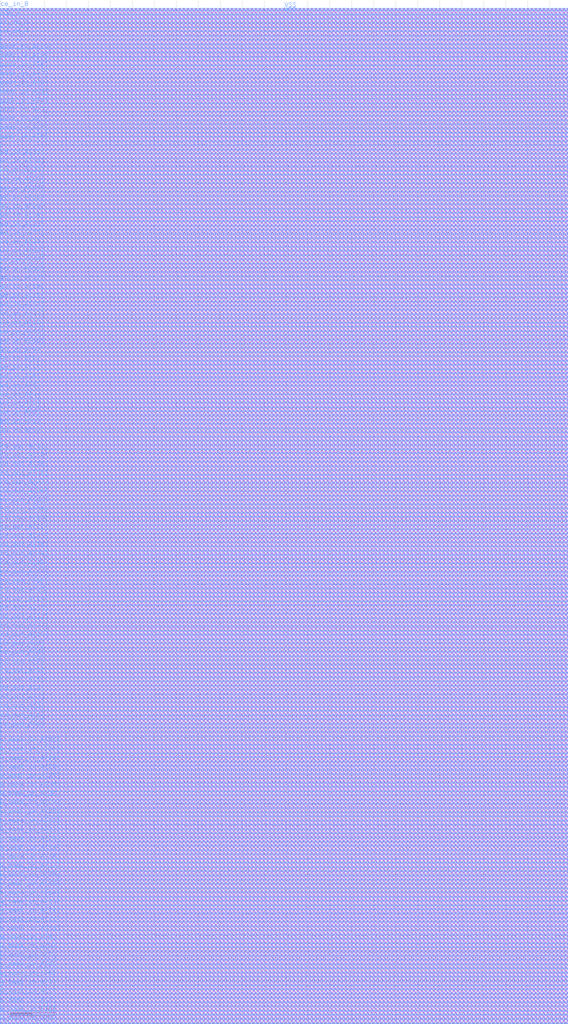
<source format=lef>
# Generated by FakeRAM 2.0
VERSION 5.7 ;
BUSBITCHARS "[]" ;
PROPERTYDEFINITIONS
  MACRO width INTEGER ;
  MACRO depth INTEGER ;
  MACRO banks INTEGER ;
END PROPERTYDEFINITIONS
MACRO fakeram7_tdp_2048x32
  PROPERTY width 32 ;
  PROPERTY depth 2048 ;
  PROPERTY banks 8 ;
  FOREIGN fakeram7_tdp_2048x32 0 0 ;
  SYMMETRY X Y ;
  SIZE 51.680 BY 92.400 ;
  CLASS BLOCK ;
  PIN w_mask_in_A[0]
    DIRECTION INPUT ;
    USE SIGNAL ;
    SHAPE ABUTMENT ;
    PORT
      LAYER M4 ;
      RECT 0.000 0.048 0.024 0.072 ;
    END
  END w_mask_in_A[0]
  PIN w_mask_in_B[0]
    DIRECTION INPUT ;
    USE SIGNAL ;
    SHAPE ABUTMENT ;
    PORT
      LAYER M4 ;
      RECT 51.656 0.048 51.680 0.072 ;
    END
  END w_mask_in_B[0]
  PIN w_mask_in_A[1]
    DIRECTION INPUT ;
    USE SIGNAL ;
    SHAPE ABUTMENT ;
    PORT
      LAYER M4 ;
      RECT 0.000 0.864 0.024 0.888 ;
    END
  END w_mask_in_A[1]
  PIN w_mask_in_B[1]
    DIRECTION INPUT ;
    USE SIGNAL ;
    SHAPE ABUTMENT ;
    PORT
      LAYER M4 ;
      RECT 51.656 0.864 51.680 0.888 ;
    END
  END w_mask_in_B[1]
  PIN w_mask_in_A[2]
    DIRECTION INPUT ;
    USE SIGNAL ;
    SHAPE ABUTMENT ;
    PORT
      LAYER M4 ;
      RECT 0.000 1.680 0.024 1.704 ;
    END
  END w_mask_in_A[2]
  PIN w_mask_in_B[2]
    DIRECTION INPUT ;
    USE SIGNAL ;
    SHAPE ABUTMENT ;
    PORT
      LAYER M4 ;
      RECT 51.656 1.680 51.680 1.704 ;
    END
  END w_mask_in_B[2]
  PIN w_mask_in_A[3]
    DIRECTION INPUT ;
    USE SIGNAL ;
    SHAPE ABUTMENT ;
    PORT
      LAYER M4 ;
      RECT 0.000 2.496 0.024 2.520 ;
    END
  END w_mask_in_A[3]
  PIN w_mask_in_B[3]
    DIRECTION INPUT ;
    USE SIGNAL ;
    SHAPE ABUTMENT ;
    PORT
      LAYER M4 ;
      RECT 51.656 2.496 51.680 2.520 ;
    END
  END w_mask_in_B[3]
  PIN w_mask_in_A[4]
    DIRECTION INPUT ;
    USE SIGNAL ;
    SHAPE ABUTMENT ;
    PORT
      LAYER M4 ;
      RECT 0.000 3.312 0.024 3.336 ;
    END
  END w_mask_in_A[4]
  PIN w_mask_in_B[4]
    DIRECTION INPUT ;
    USE SIGNAL ;
    SHAPE ABUTMENT ;
    PORT
      LAYER M4 ;
      RECT 51.656 3.312 51.680 3.336 ;
    END
  END w_mask_in_B[4]
  PIN w_mask_in_A[5]
    DIRECTION INPUT ;
    USE SIGNAL ;
    SHAPE ABUTMENT ;
    PORT
      LAYER M4 ;
      RECT 0.000 4.128 0.024 4.152 ;
    END
  END w_mask_in_A[5]
  PIN w_mask_in_B[5]
    DIRECTION INPUT ;
    USE SIGNAL ;
    SHAPE ABUTMENT ;
    PORT
      LAYER M4 ;
      RECT 51.656 4.128 51.680 4.152 ;
    END
  END w_mask_in_B[5]
  PIN w_mask_in_A[6]
    DIRECTION INPUT ;
    USE SIGNAL ;
    SHAPE ABUTMENT ;
    PORT
      LAYER M4 ;
      RECT 0.000 4.944 0.024 4.968 ;
    END
  END w_mask_in_A[6]
  PIN w_mask_in_B[6]
    DIRECTION INPUT ;
    USE SIGNAL ;
    SHAPE ABUTMENT ;
    PORT
      LAYER M4 ;
      RECT 51.656 4.944 51.680 4.968 ;
    END
  END w_mask_in_B[6]
  PIN w_mask_in_A[7]
    DIRECTION INPUT ;
    USE SIGNAL ;
    SHAPE ABUTMENT ;
    PORT
      LAYER M4 ;
      RECT 0.000 5.760 0.024 5.784 ;
    END
  END w_mask_in_A[7]
  PIN w_mask_in_B[7]
    DIRECTION INPUT ;
    USE SIGNAL ;
    SHAPE ABUTMENT ;
    PORT
      LAYER M4 ;
      RECT 51.656 5.760 51.680 5.784 ;
    END
  END w_mask_in_B[7]
  PIN w_mask_in_A[8]
    DIRECTION INPUT ;
    USE SIGNAL ;
    SHAPE ABUTMENT ;
    PORT
      LAYER M4 ;
      RECT 0.000 6.576 0.024 6.600 ;
    END
  END w_mask_in_A[8]
  PIN w_mask_in_B[8]
    DIRECTION INPUT ;
    USE SIGNAL ;
    SHAPE ABUTMENT ;
    PORT
      LAYER M4 ;
      RECT 51.656 6.576 51.680 6.600 ;
    END
  END w_mask_in_B[8]
  PIN w_mask_in_A[9]
    DIRECTION INPUT ;
    USE SIGNAL ;
    SHAPE ABUTMENT ;
    PORT
      LAYER M4 ;
      RECT 0.000 7.392 0.024 7.416 ;
    END
  END w_mask_in_A[9]
  PIN w_mask_in_B[9]
    DIRECTION INPUT ;
    USE SIGNAL ;
    SHAPE ABUTMENT ;
    PORT
      LAYER M4 ;
      RECT 51.656 7.392 51.680 7.416 ;
    END
  END w_mask_in_B[9]
  PIN w_mask_in_A[10]
    DIRECTION INPUT ;
    USE SIGNAL ;
    SHAPE ABUTMENT ;
    PORT
      LAYER M4 ;
      RECT 0.000 8.208 0.024 8.232 ;
    END
  END w_mask_in_A[10]
  PIN w_mask_in_B[10]
    DIRECTION INPUT ;
    USE SIGNAL ;
    SHAPE ABUTMENT ;
    PORT
      LAYER M4 ;
      RECT 51.656 8.208 51.680 8.232 ;
    END
  END w_mask_in_B[10]
  PIN w_mask_in_A[11]
    DIRECTION INPUT ;
    USE SIGNAL ;
    SHAPE ABUTMENT ;
    PORT
      LAYER M4 ;
      RECT 0.000 9.024 0.024 9.048 ;
    END
  END w_mask_in_A[11]
  PIN w_mask_in_B[11]
    DIRECTION INPUT ;
    USE SIGNAL ;
    SHAPE ABUTMENT ;
    PORT
      LAYER M4 ;
      RECT 51.656 9.024 51.680 9.048 ;
    END
  END w_mask_in_B[11]
  PIN w_mask_in_A[12]
    DIRECTION INPUT ;
    USE SIGNAL ;
    SHAPE ABUTMENT ;
    PORT
      LAYER M4 ;
      RECT 0.000 9.840 0.024 9.864 ;
    END
  END w_mask_in_A[12]
  PIN w_mask_in_B[12]
    DIRECTION INPUT ;
    USE SIGNAL ;
    SHAPE ABUTMENT ;
    PORT
      LAYER M4 ;
      RECT 51.656 9.840 51.680 9.864 ;
    END
  END w_mask_in_B[12]
  PIN w_mask_in_A[13]
    DIRECTION INPUT ;
    USE SIGNAL ;
    SHAPE ABUTMENT ;
    PORT
      LAYER M4 ;
      RECT 0.000 10.656 0.024 10.680 ;
    END
  END w_mask_in_A[13]
  PIN w_mask_in_B[13]
    DIRECTION INPUT ;
    USE SIGNAL ;
    SHAPE ABUTMENT ;
    PORT
      LAYER M4 ;
      RECT 51.656 10.656 51.680 10.680 ;
    END
  END w_mask_in_B[13]
  PIN w_mask_in_A[14]
    DIRECTION INPUT ;
    USE SIGNAL ;
    SHAPE ABUTMENT ;
    PORT
      LAYER M4 ;
      RECT 0.000 11.472 0.024 11.496 ;
    END
  END w_mask_in_A[14]
  PIN w_mask_in_B[14]
    DIRECTION INPUT ;
    USE SIGNAL ;
    SHAPE ABUTMENT ;
    PORT
      LAYER M4 ;
      RECT 51.656 11.472 51.680 11.496 ;
    END
  END w_mask_in_B[14]
  PIN w_mask_in_A[15]
    DIRECTION INPUT ;
    USE SIGNAL ;
    SHAPE ABUTMENT ;
    PORT
      LAYER M4 ;
      RECT 0.000 12.288 0.024 12.312 ;
    END
  END w_mask_in_A[15]
  PIN w_mask_in_B[15]
    DIRECTION INPUT ;
    USE SIGNAL ;
    SHAPE ABUTMENT ;
    PORT
      LAYER M4 ;
      RECT 51.656 12.288 51.680 12.312 ;
    END
  END w_mask_in_B[15]
  PIN w_mask_in_A[16]
    DIRECTION INPUT ;
    USE SIGNAL ;
    SHAPE ABUTMENT ;
    PORT
      LAYER M4 ;
      RECT 0.000 13.104 0.024 13.128 ;
    END
  END w_mask_in_A[16]
  PIN w_mask_in_B[16]
    DIRECTION INPUT ;
    USE SIGNAL ;
    SHAPE ABUTMENT ;
    PORT
      LAYER M4 ;
      RECT 51.656 13.104 51.680 13.128 ;
    END
  END w_mask_in_B[16]
  PIN w_mask_in_A[17]
    DIRECTION INPUT ;
    USE SIGNAL ;
    SHAPE ABUTMENT ;
    PORT
      LAYER M4 ;
      RECT 0.000 13.920 0.024 13.944 ;
    END
  END w_mask_in_A[17]
  PIN w_mask_in_B[17]
    DIRECTION INPUT ;
    USE SIGNAL ;
    SHAPE ABUTMENT ;
    PORT
      LAYER M4 ;
      RECT 51.656 13.920 51.680 13.944 ;
    END
  END w_mask_in_B[17]
  PIN w_mask_in_A[18]
    DIRECTION INPUT ;
    USE SIGNAL ;
    SHAPE ABUTMENT ;
    PORT
      LAYER M4 ;
      RECT 0.000 14.736 0.024 14.760 ;
    END
  END w_mask_in_A[18]
  PIN w_mask_in_B[18]
    DIRECTION INPUT ;
    USE SIGNAL ;
    SHAPE ABUTMENT ;
    PORT
      LAYER M4 ;
      RECT 51.656 14.736 51.680 14.760 ;
    END
  END w_mask_in_B[18]
  PIN w_mask_in_A[19]
    DIRECTION INPUT ;
    USE SIGNAL ;
    SHAPE ABUTMENT ;
    PORT
      LAYER M4 ;
      RECT 0.000 15.552 0.024 15.576 ;
    END
  END w_mask_in_A[19]
  PIN w_mask_in_B[19]
    DIRECTION INPUT ;
    USE SIGNAL ;
    SHAPE ABUTMENT ;
    PORT
      LAYER M4 ;
      RECT 51.656 15.552 51.680 15.576 ;
    END
  END w_mask_in_B[19]
  PIN w_mask_in_A[20]
    DIRECTION INPUT ;
    USE SIGNAL ;
    SHAPE ABUTMENT ;
    PORT
      LAYER M4 ;
      RECT 0.000 16.368 0.024 16.392 ;
    END
  END w_mask_in_A[20]
  PIN w_mask_in_B[20]
    DIRECTION INPUT ;
    USE SIGNAL ;
    SHAPE ABUTMENT ;
    PORT
      LAYER M4 ;
      RECT 51.656 16.368 51.680 16.392 ;
    END
  END w_mask_in_B[20]
  PIN w_mask_in_A[21]
    DIRECTION INPUT ;
    USE SIGNAL ;
    SHAPE ABUTMENT ;
    PORT
      LAYER M4 ;
      RECT 0.000 17.184 0.024 17.208 ;
    END
  END w_mask_in_A[21]
  PIN w_mask_in_B[21]
    DIRECTION INPUT ;
    USE SIGNAL ;
    SHAPE ABUTMENT ;
    PORT
      LAYER M4 ;
      RECT 51.656 17.184 51.680 17.208 ;
    END
  END w_mask_in_B[21]
  PIN w_mask_in_A[22]
    DIRECTION INPUT ;
    USE SIGNAL ;
    SHAPE ABUTMENT ;
    PORT
      LAYER M4 ;
      RECT 0.000 18.000 0.024 18.024 ;
    END
  END w_mask_in_A[22]
  PIN w_mask_in_B[22]
    DIRECTION INPUT ;
    USE SIGNAL ;
    SHAPE ABUTMENT ;
    PORT
      LAYER M4 ;
      RECT 51.656 18.000 51.680 18.024 ;
    END
  END w_mask_in_B[22]
  PIN w_mask_in_A[23]
    DIRECTION INPUT ;
    USE SIGNAL ;
    SHAPE ABUTMENT ;
    PORT
      LAYER M4 ;
      RECT 0.000 18.816 0.024 18.840 ;
    END
  END w_mask_in_A[23]
  PIN w_mask_in_B[23]
    DIRECTION INPUT ;
    USE SIGNAL ;
    SHAPE ABUTMENT ;
    PORT
      LAYER M4 ;
      RECT 51.656 18.816 51.680 18.840 ;
    END
  END w_mask_in_B[23]
  PIN w_mask_in_A[24]
    DIRECTION INPUT ;
    USE SIGNAL ;
    SHAPE ABUTMENT ;
    PORT
      LAYER M4 ;
      RECT 0.000 19.632 0.024 19.656 ;
    END
  END w_mask_in_A[24]
  PIN w_mask_in_B[24]
    DIRECTION INPUT ;
    USE SIGNAL ;
    SHAPE ABUTMENT ;
    PORT
      LAYER M4 ;
      RECT 51.656 19.632 51.680 19.656 ;
    END
  END w_mask_in_B[24]
  PIN w_mask_in_A[25]
    DIRECTION INPUT ;
    USE SIGNAL ;
    SHAPE ABUTMENT ;
    PORT
      LAYER M4 ;
      RECT 0.000 20.448 0.024 20.472 ;
    END
  END w_mask_in_A[25]
  PIN w_mask_in_B[25]
    DIRECTION INPUT ;
    USE SIGNAL ;
    SHAPE ABUTMENT ;
    PORT
      LAYER M4 ;
      RECT 51.656 20.448 51.680 20.472 ;
    END
  END w_mask_in_B[25]
  PIN w_mask_in_A[26]
    DIRECTION INPUT ;
    USE SIGNAL ;
    SHAPE ABUTMENT ;
    PORT
      LAYER M4 ;
      RECT 0.000 21.264 0.024 21.288 ;
    END
  END w_mask_in_A[26]
  PIN w_mask_in_B[26]
    DIRECTION INPUT ;
    USE SIGNAL ;
    SHAPE ABUTMENT ;
    PORT
      LAYER M4 ;
      RECT 51.656 21.264 51.680 21.288 ;
    END
  END w_mask_in_B[26]
  PIN w_mask_in_A[27]
    DIRECTION INPUT ;
    USE SIGNAL ;
    SHAPE ABUTMENT ;
    PORT
      LAYER M4 ;
      RECT 0.000 22.080 0.024 22.104 ;
    END
  END w_mask_in_A[27]
  PIN w_mask_in_B[27]
    DIRECTION INPUT ;
    USE SIGNAL ;
    SHAPE ABUTMENT ;
    PORT
      LAYER M4 ;
      RECT 51.656 22.080 51.680 22.104 ;
    END
  END w_mask_in_B[27]
  PIN w_mask_in_A[28]
    DIRECTION INPUT ;
    USE SIGNAL ;
    SHAPE ABUTMENT ;
    PORT
      LAYER M4 ;
      RECT 0.000 22.896 0.024 22.920 ;
    END
  END w_mask_in_A[28]
  PIN w_mask_in_B[28]
    DIRECTION INPUT ;
    USE SIGNAL ;
    SHAPE ABUTMENT ;
    PORT
      LAYER M4 ;
      RECT 51.656 22.896 51.680 22.920 ;
    END
  END w_mask_in_B[28]
  PIN w_mask_in_A[29]
    DIRECTION INPUT ;
    USE SIGNAL ;
    SHAPE ABUTMENT ;
    PORT
      LAYER M4 ;
      RECT 0.000 23.712 0.024 23.736 ;
    END
  END w_mask_in_A[29]
  PIN w_mask_in_B[29]
    DIRECTION INPUT ;
    USE SIGNAL ;
    SHAPE ABUTMENT ;
    PORT
      LAYER M4 ;
      RECT 51.656 23.712 51.680 23.736 ;
    END
  END w_mask_in_B[29]
  PIN w_mask_in_A[30]
    DIRECTION INPUT ;
    USE SIGNAL ;
    SHAPE ABUTMENT ;
    PORT
      LAYER M4 ;
      RECT 0.000 24.528 0.024 24.552 ;
    END
  END w_mask_in_A[30]
  PIN w_mask_in_B[30]
    DIRECTION INPUT ;
    USE SIGNAL ;
    SHAPE ABUTMENT ;
    PORT
      LAYER M4 ;
      RECT 51.656 24.528 51.680 24.552 ;
    END
  END w_mask_in_B[30]
  PIN w_mask_in_A[31]
    DIRECTION INPUT ;
    USE SIGNAL ;
    SHAPE ABUTMENT ;
    PORT
      LAYER M4 ;
      RECT 0.000 25.344 0.024 25.368 ;
    END
  END w_mask_in_A[31]
  PIN w_mask_in_B[31]
    DIRECTION INPUT ;
    USE SIGNAL ;
    SHAPE ABUTMENT ;
    PORT
      LAYER M4 ;
      RECT 51.656 25.344 51.680 25.368 ;
    END
  END w_mask_in_B[31]
  PIN rd_out_A[0]
    DIRECTION OUTPUT ;
    USE SIGNAL ;
    SHAPE ABUTMENT ;
    PORT
      LAYER M4 ;
      RECT 0.000 26.784 0.024 26.808 ;
    END
  END rd_out_A[0]
  PIN rd_out_B[0]
    DIRECTION OUTPUT ;
    USE SIGNAL ;
    SHAPE ABUTMENT ;
    PORT
      LAYER M4 ;
      RECT 51.656 26.784 51.680 26.808 ;
    END
  END rd_out_B[0]
  PIN rd_out_A[1]
    DIRECTION OUTPUT ;
    USE SIGNAL ;
    SHAPE ABUTMENT ;
    PORT
      LAYER M4 ;
      RECT 0.000 27.600 0.024 27.624 ;
    END
  END rd_out_A[1]
  PIN rd_out_B[1]
    DIRECTION OUTPUT ;
    USE SIGNAL ;
    SHAPE ABUTMENT ;
    PORT
      LAYER M4 ;
      RECT 51.656 27.600 51.680 27.624 ;
    END
  END rd_out_B[1]
  PIN rd_out_A[2]
    DIRECTION OUTPUT ;
    USE SIGNAL ;
    SHAPE ABUTMENT ;
    PORT
      LAYER M4 ;
      RECT 0.000 28.416 0.024 28.440 ;
    END
  END rd_out_A[2]
  PIN rd_out_B[2]
    DIRECTION OUTPUT ;
    USE SIGNAL ;
    SHAPE ABUTMENT ;
    PORT
      LAYER M4 ;
      RECT 51.656 28.416 51.680 28.440 ;
    END
  END rd_out_B[2]
  PIN rd_out_A[3]
    DIRECTION OUTPUT ;
    USE SIGNAL ;
    SHAPE ABUTMENT ;
    PORT
      LAYER M4 ;
      RECT 0.000 29.232 0.024 29.256 ;
    END
  END rd_out_A[3]
  PIN rd_out_B[3]
    DIRECTION OUTPUT ;
    USE SIGNAL ;
    SHAPE ABUTMENT ;
    PORT
      LAYER M4 ;
      RECT 51.656 29.232 51.680 29.256 ;
    END
  END rd_out_B[3]
  PIN rd_out_A[4]
    DIRECTION OUTPUT ;
    USE SIGNAL ;
    SHAPE ABUTMENT ;
    PORT
      LAYER M4 ;
      RECT 0.000 30.048 0.024 30.072 ;
    END
  END rd_out_A[4]
  PIN rd_out_B[4]
    DIRECTION OUTPUT ;
    USE SIGNAL ;
    SHAPE ABUTMENT ;
    PORT
      LAYER M4 ;
      RECT 51.656 30.048 51.680 30.072 ;
    END
  END rd_out_B[4]
  PIN rd_out_A[5]
    DIRECTION OUTPUT ;
    USE SIGNAL ;
    SHAPE ABUTMENT ;
    PORT
      LAYER M4 ;
      RECT 0.000 30.864 0.024 30.888 ;
    END
  END rd_out_A[5]
  PIN rd_out_B[5]
    DIRECTION OUTPUT ;
    USE SIGNAL ;
    SHAPE ABUTMENT ;
    PORT
      LAYER M4 ;
      RECT 51.656 30.864 51.680 30.888 ;
    END
  END rd_out_B[5]
  PIN rd_out_A[6]
    DIRECTION OUTPUT ;
    USE SIGNAL ;
    SHAPE ABUTMENT ;
    PORT
      LAYER M4 ;
      RECT 0.000 31.680 0.024 31.704 ;
    END
  END rd_out_A[6]
  PIN rd_out_B[6]
    DIRECTION OUTPUT ;
    USE SIGNAL ;
    SHAPE ABUTMENT ;
    PORT
      LAYER M4 ;
      RECT 51.656 31.680 51.680 31.704 ;
    END
  END rd_out_B[6]
  PIN rd_out_A[7]
    DIRECTION OUTPUT ;
    USE SIGNAL ;
    SHAPE ABUTMENT ;
    PORT
      LAYER M4 ;
      RECT 0.000 32.496 0.024 32.520 ;
    END
  END rd_out_A[7]
  PIN rd_out_B[7]
    DIRECTION OUTPUT ;
    USE SIGNAL ;
    SHAPE ABUTMENT ;
    PORT
      LAYER M4 ;
      RECT 51.656 32.496 51.680 32.520 ;
    END
  END rd_out_B[7]
  PIN rd_out_A[8]
    DIRECTION OUTPUT ;
    USE SIGNAL ;
    SHAPE ABUTMENT ;
    PORT
      LAYER M4 ;
      RECT 0.000 33.312 0.024 33.336 ;
    END
  END rd_out_A[8]
  PIN rd_out_B[8]
    DIRECTION OUTPUT ;
    USE SIGNAL ;
    SHAPE ABUTMENT ;
    PORT
      LAYER M4 ;
      RECT 51.656 33.312 51.680 33.336 ;
    END
  END rd_out_B[8]
  PIN rd_out_A[9]
    DIRECTION OUTPUT ;
    USE SIGNAL ;
    SHAPE ABUTMENT ;
    PORT
      LAYER M4 ;
      RECT 0.000 34.128 0.024 34.152 ;
    END
  END rd_out_A[9]
  PIN rd_out_B[9]
    DIRECTION OUTPUT ;
    USE SIGNAL ;
    SHAPE ABUTMENT ;
    PORT
      LAYER M4 ;
      RECT 51.656 34.128 51.680 34.152 ;
    END
  END rd_out_B[9]
  PIN rd_out_A[10]
    DIRECTION OUTPUT ;
    USE SIGNAL ;
    SHAPE ABUTMENT ;
    PORT
      LAYER M4 ;
      RECT 0.000 34.944 0.024 34.968 ;
    END
  END rd_out_A[10]
  PIN rd_out_B[10]
    DIRECTION OUTPUT ;
    USE SIGNAL ;
    SHAPE ABUTMENT ;
    PORT
      LAYER M4 ;
      RECT 51.656 34.944 51.680 34.968 ;
    END
  END rd_out_B[10]
  PIN rd_out_A[11]
    DIRECTION OUTPUT ;
    USE SIGNAL ;
    SHAPE ABUTMENT ;
    PORT
      LAYER M4 ;
      RECT 0.000 35.760 0.024 35.784 ;
    END
  END rd_out_A[11]
  PIN rd_out_B[11]
    DIRECTION OUTPUT ;
    USE SIGNAL ;
    SHAPE ABUTMENT ;
    PORT
      LAYER M4 ;
      RECT 51.656 35.760 51.680 35.784 ;
    END
  END rd_out_B[11]
  PIN rd_out_A[12]
    DIRECTION OUTPUT ;
    USE SIGNAL ;
    SHAPE ABUTMENT ;
    PORT
      LAYER M4 ;
      RECT 0.000 36.576 0.024 36.600 ;
    END
  END rd_out_A[12]
  PIN rd_out_B[12]
    DIRECTION OUTPUT ;
    USE SIGNAL ;
    SHAPE ABUTMENT ;
    PORT
      LAYER M4 ;
      RECT 51.656 36.576 51.680 36.600 ;
    END
  END rd_out_B[12]
  PIN rd_out_A[13]
    DIRECTION OUTPUT ;
    USE SIGNAL ;
    SHAPE ABUTMENT ;
    PORT
      LAYER M4 ;
      RECT 0.000 37.392 0.024 37.416 ;
    END
  END rd_out_A[13]
  PIN rd_out_B[13]
    DIRECTION OUTPUT ;
    USE SIGNAL ;
    SHAPE ABUTMENT ;
    PORT
      LAYER M4 ;
      RECT 51.656 37.392 51.680 37.416 ;
    END
  END rd_out_B[13]
  PIN rd_out_A[14]
    DIRECTION OUTPUT ;
    USE SIGNAL ;
    SHAPE ABUTMENT ;
    PORT
      LAYER M4 ;
      RECT 0.000 38.208 0.024 38.232 ;
    END
  END rd_out_A[14]
  PIN rd_out_B[14]
    DIRECTION OUTPUT ;
    USE SIGNAL ;
    SHAPE ABUTMENT ;
    PORT
      LAYER M4 ;
      RECT 51.656 38.208 51.680 38.232 ;
    END
  END rd_out_B[14]
  PIN rd_out_A[15]
    DIRECTION OUTPUT ;
    USE SIGNAL ;
    SHAPE ABUTMENT ;
    PORT
      LAYER M4 ;
      RECT 0.000 39.024 0.024 39.048 ;
    END
  END rd_out_A[15]
  PIN rd_out_B[15]
    DIRECTION OUTPUT ;
    USE SIGNAL ;
    SHAPE ABUTMENT ;
    PORT
      LAYER M4 ;
      RECT 51.656 39.024 51.680 39.048 ;
    END
  END rd_out_B[15]
  PIN rd_out_A[16]
    DIRECTION OUTPUT ;
    USE SIGNAL ;
    SHAPE ABUTMENT ;
    PORT
      LAYER M4 ;
      RECT 0.000 39.840 0.024 39.864 ;
    END
  END rd_out_A[16]
  PIN rd_out_B[16]
    DIRECTION OUTPUT ;
    USE SIGNAL ;
    SHAPE ABUTMENT ;
    PORT
      LAYER M4 ;
      RECT 51.656 39.840 51.680 39.864 ;
    END
  END rd_out_B[16]
  PIN rd_out_A[17]
    DIRECTION OUTPUT ;
    USE SIGNAL ;
    SHAPE ABUTMENT ;
    PORT
      LAYER M4 ;
      RECT 0.000 40.656 0.024 40.680 ;
    END
  END rd_out_A[17]
  PIN rd_out_B[17]
    DIRECTION OUTPUT ;
    USE SIGNAL ;
    SHAPE ABUTMENT ;
    PORT
      LAYER M4 ;
      RECT 51.656 40.656 51.680 40.680 ;
    END
  END rd_out_B[17]
  PIN rd_out_A[18]
    DIRECTION OUTPUT ;
    USE SIGNAL ;
    SHAPE ABUTMENT ;
    PORT
      LAYER M4 ;
      RECT 0.000 41.472 0.024 41.496 ;
    END
  END rd_out_A[18]
  PIN rd_out_B[18]
    DIRECTION OUTPUT ;
    USE SIGNAL ;
    SHAPE ABUTMENT ;
    PORT
      LAYER M4 ;
      RECT 51.656 41.472 51.680 41.496 ;
    END
  END rd_out_B[18]
  PIN rd_out_A[19]
    DIRECTION OUTPUT ;
    USE SIGNAL ;
    SHAPE ABUTMENT ;
    PORT
      LAYER M4 ;
      RECT 0.000 42.288 0.024 42.312 ;
    END
  END rd_out_A[19]
  PIN rd_out_B[19]
    DIRECTION OUTPUT ;
    USE SIGNAL ;
    SHAPE ABUTMENT ;
    PORT
      LAYER M4 ;
      RECT 51.656 42.288 51.680 42.312 ;
    END
  END rd_out_B[19]
  PIN rd_out_A[20]
    DIRECTION OUTPUT ;
    USE SIGNAL ;
    SHAPE ABUTMENT ;
    PORT
      LAYER M4 ;
      RECT 0.000 43.104 0.024 43.128 ;
    END
  END rd_out_A[20]
  PIN rd_out_B[20]
    DIRECTION OUTPUT ;
    USE SIGNAL ;
    SHAPE ABUTMENT ;
    PORT
      LAYER M4 ;
      RECT 51.656 43.104 51.680 43.128 ;
    END
  END rd_out_B[20]
  PIN rd_out_A[21]
    DIRECTION OUTPUT ;
    USE SIGNAL ;
    SHAPE ABUTMENT ;
    PORT
      LAYER M4 ;
      RECT 0.000 43.920 0.024 43.944 ;
    END
  END rd_out_A[21]
  PIN rd_out_B[21]
    DIRECTION OUTPUT ;
    USE SIGNAL ;
    SHAPE ABUTMENT ;
    PORT
      LAYER M4 ;
      RECT 51.656 43.920 51.680 43.944 ;
    END
  END rd_out_B[21]
  PIN rd_out_A[22]
    DIRECTION OUTPUT ;
    USE SIGNAL ;
    SHAPE ABUTMENT ;
    PORT
      LAYER M4 ;
      RECT 0.000 44.736 0.024 44.760 ;
    END
  END rd_out_A[22]
  PIN rd_out_B[22]
    DIRECTION OUTPUT ;
    USE SIGNAL ;
    SHAPE ABUTMENT ;
    PORT
      LAYER M4 ;
      RECT 51.656 44.736 51.680 44.760 ;
    END
  END rd_out_B[22]
  PIN rd_out_A[23]
    DIRECTION OUTPUT ;
    USE SIGNAL ;
    SHAPE ABUTMENT ;
    PORT
      LAYER M4 ;
      RECT 0.000 45.552 0.024 45.576 ;
    END
  END rd_out_A[23]
  PIN rd_out_B[23]
    DIRECTION OUTPUT ;
    USE SIGNAL ;
    SHAPE ABUTMENT ;
    PORT
      LAYER M4 ;
      RECT 51.656 45.552 51.680 45.576 ;
    END
  END rd_out_B[23]
  PIN rd_out_A[24]
    DIRECTION OUTPUT ;
    USE SIGNAL ;
    SHAPE ABUTMENT ;
    PORT
      LAYER M4 ;
      RECT 0.000 46.368 0.024 46.392 ;
    END
  END rd_out_A[24]
  PIN rd_out_B[24]
    DIRECTION OUTPUT ;
    USE SIGNAL ;
    SHAPE ABUTMENT ;
    PORT
      LAYER M4 ;
      RECT 51.656 46.368 51.680 46.392 ;
    END
  END rd_out_B[24]
  PIN rd_out_A[25]
    DIRECTION OUTPUT ;
    USE SIGNAL ;
    SHAPE ABUTMENT ;
    PORT
      LAYER M4 ;
      RECT 0.000 47.184 0.024 47.208 ;
    END
  END rd_out_A[25]
  PIN rd_out_B[25]
    DIRECTION OUTPUT ;
    USE SIGNAL ;
    SHAPE ABUTMENT ;
    PORT
      LAYER M4 ;
      RECT 51.656 47.184 51.680 47.208 ;
    END
  END rd_out_B[25]
  PIN rd_out_A[26]
    DIRECTION OUTPUT ;
    USE SIGNAL ;
    SHAPE ABUTMENT ;
    PORT
      LAYER M4 ;
      RECT 0.000 48.000 0.024 48.024 ;
    END
  END rd_out_A[26]
  PIN rd_out_B[26]
    DIRECTION OUTPUT ;
    USE SIGNAL ;
    SHAPE ABUTMENT ;
    PORT
      LAYER M4 ;
      RECT 51.656 48.000 51.680 48.024 ;
    END
  END rd_out_B[26]
  PIN rd_out_A[27]
    DIRECTION OUTPUT ;
    USE SIGNAL ;
    SHAPE ABUTMENT ;
    PORT
      LAYER M4 ;
      RECT 0.000 48.816 0.024 48.840 ;
    END
  END rd_out_A[27]
  PIN rd_out_B[27]
    DIRECTION OUTPUT ;
    USE SIGNAL ;
    SHAPE ABUTMENT ;
    PORT
      LAYER M4 ;
      RECT 51.656 48.816 51.680 48.840 ;
    END
  END rd_out_B[27]
  PIN rd_out_A[28]
    DIRECTION OUTPUT ;
    USE SIGNAL ;
    SHAPE ABUTMENT ;
    PORT
      LAYER M4 ;
      RECT 0.000 49.632 0.024 49.656 ;
    END
  END rd_out_A[28]
  PIN rd_out_B[28]
    DIRECTION OUTPUT ;
    USE SIGNAL ;
    SHAPE ABUTMENT ;
    PORT
      LAYER M4 ;
      RECT 51.656 49.632 51.680 49.656 ;
    END
  END rd_out_B[28]
  PIN rd_out_A[29]
    DIRECTION OUTPUT ;
    USE SIGNAL ;
    SHAPE ABUTMENT ;
    PORT
      LAYER M4 ;
      RECT 0.000 50.448 0.024 50.472 ;
    END
  END rd_out_A[29]
  PIN rd_out_B[29]
    DIRECTION OUTPUT ;
    USE SIGNAL ;
    SHAPE ABUTMENT ;
    PORT
      LAYER M4 ;
      RECT 51.656 50.448 51.680 50.472 ;
    END
  END rd_out_B[29]
  PIN rd_out_A[30]
    DIRECTION OUTPUT ;
    USE SIGNAL ;
    SHAPE ABUTMENT ;
    PORT
      LAYER M4 ;
      RECT 0.000 51.264 0.024 51.288 ;
    END
  END rd_out_A[30]
  PIN rd_out_B[30]
    DIRECTION OUTPUT ;
    USE SIGNAL ;
    SHAPE ABUTMENT ;
    PORT
      LAYER M4 ;
      RECT 51.656 51.264 51.680 51.288 ;
    END
  END rd_out_B[30]
  PIN rd_out_A[31]
    DIRECTION OUTPUT ;
    USE SIGNAL ;
    SHAPE ABUTMENT ;
    PORT
      LAYER M4 ;
      RECT 0.000 52.080 0.024 52.104 ;
    END
  END rd_out_A[31]
  PIN rd_out_B[31]
    DIRECTION OUTPUT ;
    USE SIGNAL ;
    SHAPE ABUTMENT ;
    PORT
      LAYER M4 ;
      RECT 51.656 52.080 51.680 52.104 ;
    END
  END rd_out_B[31]
  PIN wd_in_A[0]
    DIRECTION INPUT ;
    USE SIGNAL ;
    SHAPE ABUTMENT ;
    PORT
      LAYER M4 ;
      RECT 0.000 53.520 0.024 53.544 ;
    END
  END wd_in_A[0]
  PIN wd_in_B[0]
    DIRECTION INPUT ;
    USE SIGNAL ;
    SHAPE ABUTMENT ;
    PORT
      LAYER M4 ;
      RECT 51.656 53.520 51.680 53.544 ;
    END
  END wd_in_B[0]
  PIN wd_in_A[1]
    DIRECTION INPUT ;
    USE SIGNAL ;
    SHAPE ABUTMENT ;
    PORT
      LAYER M4 ;
      RECT 0.000 54.336 0.024 54.360 ;
    END
  END wd_in_A[1]
  PIN wd_in_B[1]
    DIRECTION INPUT ;
    USE SIGNAL ;
    SHAPE ABUTMENT ;
    PORT
      LAYER M4 ;
      RECT 51.656 54.336 51.680 54.360 ;
    END
  END wd_in_B[1]
  PIN wd_in_A[2]
    DIRECTION INPUT ;
    USE SIGNAL ;
    SHAPE ABUTMENT ;
    PORT
      LAYER M4 ;
      RECT 0.000 55.152 0.024 55.176 ;
    END
  END wd_in_A[2]
  PIN wd_in_B[2]
    DIRECTION INPUT ;
    USE SIGNAL ;
    SHAPE ABUTMENT ;
    PORT
      LAYER M4 ;
      RECT 51.656 55.152 51.680 55.176 ;
    END
  END wd_in_B[2]
  PIN wd_in_A[3]
    DIRECTION INPUT ;
    USE SIGNAL ;
    SHAPE ABUTMENT ;
    PORT
      LAYER M4 ;
      RECT 0.000 55.968 0.024 55.992 ;
    END
  END wd_in_A[3]
  PIN wd_in_B[3]
    DIRECTION INPUT ;
    USE SIGNAL ;
    SHAPE ABUTMENT ;
    PORT
      LAYER M4 ;
      RECT 51.656 55.968 51.680 55.992 ;
    END
  END wd_in_B[3]
  PIN wd_in_A[4]
    DIRECTION INPUT ;
    USE SIGNAL ;
    SHAPE ABUTMENT ;
    PORT
      LAYER M4 ;
      RECT 0.000 56.784 0.024 56.808 ;
    END
  END wd_in_A[4]
  PIN wd_in_B[4]
    DIRECTION INPUT ;
    USE SIGNAL ;
    SHAPE ABUTMENT ;
    PORT
      LAYER M4 ;
      RECT 51.656 56.784 51.680 56.808 ;
    END
  END wd_in_B[4]
  PIN wd_in_A[5]
    DIRECTION INPUT ;
    USE SIGNAL ;
    SHAPE ABUTMENT ;
    PORT
      LAYER M4 ;
      RECT 0.000 57.600 0.024 57.624 ;
    END
  END wd_in_A[5]
  PIN wd_in_B[5]
    DIRECTION INPUT ;
    USE SIGNAL ;
    SHAPE ABUTMENT ;
    PORT
      LAYER M4 ;
      RECT 51.656 57.600 51.680 57.624 ;
    END
  END wd_in_B[5]
  PIN wd_in_A[6]
    DIRECTION INPUT ;
    USE SIGNAL ;
    SHAPE ABUTMENT ;
    PORT
      LAYER M4 ;
      RECT 0.000 58.416 0.024 58.440 ;
    END
  END wd_in_A[6]
  PIN wd_in_B[6]
    DIRECTION INPUT ;
    USE SIGNAL ;
    SHAPE ABUTMENT ;
    PORT
      LAYER M4 ;
      RECT 51.656 58.416 51.680 58.440 ;
    END
  END wd_in_B[6]
  PIN wd_in_A[7]
    DIRECTION INPUT ;
    USE SIGNAL ;
    SHAPE ABUTMENT ;
    PORT
      LAYER M4 ;
      RECT 0.000 59.232 0.024 59.256 ;
    END
  END wd_in_A[7]
  PIN wd_in_B[7]
    DIRECTION INPUT ;
    USE SIGNAL ;
    SHAPE ABUTMENT ;
    PORT
      LAYER M4 ;
      RECT 51.656 59.232 51.680 59.256 ;
    END
  END wd_in_B[7]
  PIN wd_in_A[8]
    DIRECTION INPUT ;
    USE SIGNAL ;
    SHAPE ABUTMENT ;
    PORT
      LAYER M4 ;
      RECT 0.000 60.048 0.024 60.072 ;
    END
  END wd_in_A[8]
  PIN wd_in_B[8]
    DIRECTION INPUT ;
    USE SIGNAL ;
    SHAPE ABUTMENT ;
    PORT
      LAYER M4 ;
      RECT 51.656 60.048 51.680 60.072 ;
    END
  END wd_in_B[8]
  PIN wd_in_A[9]
    DIRECTION INPUT ;
    USE SIGNAL ;
    SHAPE ABUTMENT ;
    PORT
      LAYER M4 ;
      RECT 0.000 60.864 0.024 60.888 ;
    END
  END wd_in_A[9]
  PIN wd_in_B[9]
    DIRECTION INPUT ;
    USE SIGNAL ;
    SHAPE ABUTMENT ;
    PORT
      LAYER M4 ;
      RECT 51.656 60.864 51.680 60.888 ;
    END
  END wd_in_B[9]
  PIN wd_in_A[10]
    DIRECTION INPUT ;
    USE SIGNAL ;
    SHAPE ABUTMENT ;
    PORT
      LAYER M4 ;
      RECT 0.000 61.680 0.024 61.704 ;
    END
  END wd_in_A[10]
  PIN wd_in_B[10]
    DIRECTION INPUT ;
    USE SIGNAL ;
    SHAPE ABUTMENT ;
    PORT
      LAYER M4 ;
      RECT 51.656 61.680 51.680 61.704 ;
    END
  END wd_in_B[10]
  PIN wd_in_A[11]
    DIRECTION INPUT ;
    USE SIGNAL ;
    SHAPE ABUTMENT ;
    PORT
      LAYER M4 ;
      RECT 0.000 62.496 0.024 62.520 ;
    END
  END wd_in_A[11]
  PIN wd_in_B[11]
    DIRECTION INPUT ;
    USE SIGNAL ;
    SHAPE ABUTMENT ;
    PORT
      LAYER M4 ;
      RECT 51.656 62.496 51.680 62.520 ;
    END
  END wd_in_B[11]
  PIN wd_in_A[12]
    DIRECTION INPUT ;
    USE SIGNAL ;
    SHAPE ABUTMENT ;
    PORT
      LAYER M4 ;
      RECT 0.000 63.312 0.024 63.336 ;
    END
  END wd_in_A[12]
  PIN wd_in_B[12]
    DIRECTION INPUT ;
    USE SIGNAL ;
    SHAPE ABUTMENT ;
    PORT
      LAYER M4 ;
      RECT 51.656 63.312 51.680 63.336 ;
    END
  END wd_in_B[12]
  PIN wd_in_A[13]
    DIRECTION INPUT ;
    USE SIGNAL ;
    SHAPE ABUTMENT ;
    PORT
      LAYER M4 ;
      RECT 0.000 64.128 0.024 64.152 ;
    END
  END wd_in_A[13]
  PIN wd_in_B[13]
    DIRECTION INPUT ;
    USE SIGNAL ;
    SHAPE ABUTMENT ;
    PORT
      LAYER M4 ;
      RECT 51.656 64.128 51.680 64.152 ;
    END
  END wd_in_B[13]
  PIN wd_in_A[14]
    DIRECTION INPUT ;
    USE SIGNAL ;
    SHAPE ABUTMENT ;
    PORT
      LAYER M4 ;
      RECT 0.000 64.944 0.024 64.968 ;
    END
  END wd_in_A[14]
  PIN wd_in_B[14]
    DIRECTION INPUT ;
    USE SIGNAL ;
    SHAPE ABUTMENT ;
    PORT
      LAYER M4 ;
      RECT 51.656 64.944 51.680 64.968 ;
    END
  END wd_in_B[14]
  PIN wd_in_A[15]
    DIRECTION INPUT ;
    USE SIGNAL ;
    SHAPE ABUTMENT ;
    PORT
      LAYER M4 ;
      RECT 0.000 65.760 0.024 65.784 ;
    END
  END wd_in_A[15]
  PIN wd_in_B[15]
    DIRECTION INPUT ;
    USE SIGNAL ;
    SHAPE ABUTMENT ;
    PORT
      LAYER M4 ;
      RECT 51.656 65.760 51.680 65.784 ;
    END
  END wd_in_B[15]
  PIN wd_in_A[16]
    DIRECTION INPUT ;
    USE SIGNAL ;
    SHAPE ABUTMENT ;
    PORT
      LAYER M4 ;
      RECT 0.000 66.576 0.024 66.600 ;
    END
  END wd_in_A[16]
  PIN wd_in_B[16]
    DIRECTION INPUT ;
    USE SIGNAL ;
    SHAPE ABUTMENT ;
    PORT
      LAYER M4 ;
      RECT 51.656 66.576 51.680 66.600 ;
    END
  END wd_in_B[16]
  PIN wd_in_A[17]
    DIRECTION INPUT ;
    USE SIGNAL ;
    SHAPE ABUTMENT ;
    PORT
      LAYER M4 ;
      RECT 0.000 67.392 0.024 67.416 ;
    END
  END wd_in_A[17]
  PIN wd_in_B[17]
    DIRECTION INPUT ;
    USE SIGNAL ;
    SHAPE ABUTMENT ;
    PORT
      LAYER M4 ;
      RECT 51.656 67.392 51.680 67.416 ;
    END
  END wd_in_B[17]
  PIN wd_in_A[18]
    DIRECTION INPUT ;
    USE SIGNAL ;
    SHAPE ABUTMENT ;
    PORT
      LAYER M4 ;
      RECT 0.000 68.208 0.024 68.232 ;
    END
  END wd_in_A[18]
  PIN wd_in_B[18]
    DIRECTION INPUT ;
    USE SIGNAL ;
    SHAPE ABUTMENT ;
    PORT
      LAYER M4 ;
      RECT 51.656 68.208 51.680 68.232 ;
    END
  END wd_in_B[18]
  PIN wd_in_A[19]
    DIRECTION INPUT ;
    USE SIGNAL ;
    SHAPE ABUTMENT ;
    PORT
      LAYER M4 ;
      RECT 0.000 69.024 0.024 69.048 ;
    END
  END wd_in_A[19]
  PIN wd_in_B[19]
    DIRECTION INPUT ;
    USE SIGNAL ;
    SHAPE ABUTMENT ;
    PORT
      LAYER M4 ;
      RECT 51.656 69.024 51.680 69.048 ;
    END
  END wd_in_B[19]
  PIN wd_in_A[20]
    DIRECTION INPUT ;
    USE SIGNAL ;
    SHAPE ABUTMENT ;
    PORT
      LAYER M4 ;
      RECT 0.000 69.840 0.024 69.864 ;
    END
  END wd_in_A[20]
  PIN wd_in_B[20]
    DIRECTION INPUT ;
    USE SIGNAL ;
    SHAPE ABUTMENT ;
    PORT
      LAYER M4 ;
      RECT 51.656 69.840 51.680 69.864 ;
    END
  END wd_in_B[20]
  PIN wd_in_A[21]
    DIRECTION INPUT ;
    USE SIGNAL ;
    SHAPE ABUTMENT ;
    PORT
      LAYER M4 ;
      RECT 0.000 70.656 0.024 70.680 ;
    END
  END wd_in_A[21]
  PIN wd_in_B[21]
    DIRECTION INPUT ;
    USE SIGNAL ;
    SHAPE ABUTMENT ;
    PORT
      LAYER M4 ;
      RECT 51.656 70.656 51.680 70.680 ;
    END
  END wd_in_B[21]
  PIN wd_in_A[22]
    DIRECTION INPUT ;
    USE SIGNAL ;
    SHAPE ABUTMENT ;
    PORT
      LAYER M4 ;
      RECT 0.000 71.472 0.024 71.496 ;
    END
  END wd_in_A[22]
  PIN wd_in_B[22]
    DIRECTION INPUT ;
    USE SIGNAL ;
    SHAPE ABUTMENT ;
    PORT
      LAYER M4 ;
      RECT 51.656 71.472 51.680 71.496 ;
    END
  END wd_in_B[22]
  PIN wd_in_A[23]
    DIRECTION INPUT ;
    USE SIGNAL ;
    SHAPE ABUTMENT ;
    PORT
      LAYER M4 ;
      RECT 0.000 72.288 0.024 72.312 ;
    END
  END wd_in_A[23]
  PIN wd_in_B[23]
    DIRECTION INPUT ;
    USE SIGNAL ;
    SHAPE ABUTMENT ;
    PORT
      LAYER M4 ;
      RECT 51.656 72.288 51.680 72.312 ;
    END
  END wd_in_B[23]
  PIN wd_in_A[24]
    DIRECTION INPUT ;
    USE SIGNAL ;
    SHAPE ABUTMENT ;
    PORT
      LAYER M4 ;
      RECT 0.000 73.104 0.024 73.128 ;
    END
  END wd_in_A[24]
  PIN wd_in_B[24]
    DIRECTION INPUT ;
    USE SIGNAL ;
    SHAPE ABUTMENT ;
    PORT
      LAYER M4 ;
      RECT 51.656 73.104 51.680 73.128 ;
    END
  END wd_in_B[24]
  PIN wd_in_A[25]
    DIRECTION INPUT ;
    USE SIGNAL ;
    SHAPE ABUTMENT ;
    PORT
      LAYER M4 ;
      RECT 0.000 73.920 0.024 73.944 ;
    END
  END wd_in_A[25]
  PIN wd_in_B[25]
    DIRECTION INPUT ;
    USE SIGNAL ;
    SHAPE ABUTMENT ;
    PORT
      LAYER M4 ;
      RECT 51.656 73.920 51.680 73.944 ;
    END
  END wd_in_B[25]
  PIN wd_in_A[26]
    DIRECTION INPUT ;
    USE SIGNAL ;
    SHAPE ABUTMENT ;
    PORT
      LAYER M4 ;
      RECT 0.000 74.736 0.024 74.760 ;
    END
  END wd_in_A[26]
  PIN wd_in_B[26]
    DIRECTION INPUT ;
    USE SIGNAL ;
    SHAPE ABUTMENT ;
    PORT
      LAYER M4 ;
      RECT 51.656 74.736 51.680 74.760 ;
    END
  END wd_in_B[26]
  PIN wd_in_A[27]
    DIRECTION INPUT ;
    USE SIGNAL ;
    SHAPE ABUTMENT ;
    PORT
      LAYER M4 ;
      RECT 0.000 75.552 0.024 75.576 ;
    END
  END wd_in_A[27]
  PIN wd_in_B[27]
    DIRECTION INPUT ;
    USE SIGNAL ;
    SHAPE ABUTMENT ;
    PORT
      LAYER M4 ;
      RECT 51.656 75.552 51.680 75.576 ;
    END
  END wd_in_B[27]
  PIN wd_in_A[28]
    DIRECTION INPUT ;
    USE SIGNAL ;
    SHAPE ABUTMENT ;
    PORT
      LAYER M4 ;
      RECT 0.000 76.368 0.024 76.392 ;
    END
  END wd_in_A[28]
  PIN wd_in_B[28]
    DIRECTION INPUT ;
    USE SIGNAL ;
    SHAPE ABUTMENT ;
    PORT
      LAYER M4 ;
      RECT 51.656 76.368 51.680 76.392 ;
    END
  END wd_in_B[28]
  PIN wd_in_A[29]
    DIRECTION INPUT ;
    USE SIGNAL ;
    SHAPE ABUTMENT ;
    PORT
      LAYER M4 ;
      RECT 0.000 77.184 0.024 77.208 ;
    END
  END wd_in_A[29]
  PIN wd_in_B[29]
    DIRECTION INPUT ;
    USE SIGNAL ;
    SHAPE ABUTMENT ;
    PORT
      LAYER M4 ;
      RECT 51.656 77.184 51.680 77.208 ;
    END
  END wd_in_B[29]
  PIN wd_in_A[30]
    DIRECTION INPUT ;
    USE SIGNAL ;
    SHAPE ABUTMENT ;
    PORT
      LAYER M4 ;
      RECT 0.000 78.000 0.024 78.024 ;
    END
  END wd_in_A[30]
  PIN wd_in_B[30]
    DIRECTION INPUT ;
    USE SIGNAL ;
    SHAPE ABUTMENT ;
    PORT
      LAYER M4 ;
      RECT 51.656 78.000 51.680 78.024 ;
    END
  END wd_in_B[30]
  PIN wd_in_A[31]
    DIRECTION INPUT ;
    USE SIGNAL ;
    SHAPE ABUTMENT ;
    PORT
      LAYER M4 ;
      RECT 0.000 78.816 0.024 78.840 ;
    END
  END wd_in_A[31]
  PIN wd_in_B[31]
    DIRECTION INPUT ;
    USE SIGNAL ;
    SHAPE ABUTMENT ;
    PORT
      LAYER M4 ;
      RECT 51.656 78.816 51.680 78.840 ;
    END
  END wd_in_B[31]
  PIN addr_in_A[0]
    DIRECTION INPUT ;
    USE SIGNAL ;
    SHAPE ABUTMENT ;
    PORT
      LAYER M4 ;
      RECT 0.000 80.256 0.024 80.280 ;
    END
  END addr_in_A[0]
  PIN addr_in_B[0]
    DIRECTION INPUT ;
    USE SIGNAL ;
    SHAPE ABUTMENT ;
    PORT
      LAYER M4 ;
      RECT 51.656 80.256 51.680 80.280 ;
    END
  END addr_in_B[0]
  PIN addr_in_A[1]
    DIRECTION INPUT ;
    USE SIGNAL ;
    SHAPE ABUTMENT ;
    PORT
      LAYER M4 ;
      RECT 0.000 81.072 0.024 81.096 ;
    END
  END addr_in_A[1]
  PIN addr_in_B[1]
    DIRECTION INPUT ;
    USE SIGNAL ;
    SHAPE ABUTMENT ;
    PORT
      LAYER M4 ;
      RECT 51.656 81.072 51.680 81.096 ;
    END
  END addr_in_B[1]
  PIN addr_in_A[2]
    DIRECTION INPUT ;
    USE SIGNAL ;
    SHAPE ABUTMENT ;
    PORT
      LAYER M4 ;
      RECT 0.000 81.888 0.024 81.912 ;
    END
  END addr_in_A[2]
  PIN addr_in_B[2]
    DIRECTION INPUT ;
    USE SIGNAL ;
    SHAPE ABUTMENT ;
    PORT
      LAYER M4 ;
      RECT 51.656 81.888 51.680 81.912 ;
    END
  END addr_in_B[2]
  PIN addr_in_A[3]
    DIRECTION INPUT ;
    USE SIGNAL ;
    SHAPE ABUTMENT ;
    PORT
      LAYER M4 ;
      RECT 0.000 82.704 0.024 82.728 ;
    END
  END addr_in_A[3]
  PIN addr_in_B[3]
    DIRECTION INPUT ;
    USE SIGNAL ;
    SHAPE ABUTMENT ;
    PORT
      LAYER M4 ;
      RECT 51.656 82.704 51.680 82.728 ;
    END
  END addr_in_B[3]
  PIN addr_in_A[4]
    DIRECTION INPUT ;
    USE SIGNAL ;
    SHAPE ABUTMENT ;
    PORT
      LAYER M4 ;
      RECT 0.000 83.520 0.024 83.544 ;
    END
  END addr_in_A[4]
  PIN addr_in_B[4]
    DIRECTION INPUT ;
    USE SIGNAL ;
    SHAPE ABUTMENT ;
    PORT
      LAYER M4 ;
      RECT 51.656 83.520 51.680 83.544 ;
    END
  END addr_in_B[4]
  PIN addr_in_A[5]
    DIRECTION INPUT ;
    USE SIGNAL ;
    SHAPE ABUTMENT ;
    PORT
      LAYER M4 ;
      RECT 0.000 84.336 0.024 84.360 ;
    END
  END addr_in_A[5]
  PIN addr_in_B[5]
    DIRECTION INPUT ;
    USE SIGNAL ;
    SHAPE ABUTMENT ;
    PORT
      LAYER M4 ;
      RECT 51.656 84.336 51.680 84.360 ;
    END
  END addr_in_B[5]
  PIN addr_in_A[6]
    DIRECTION INPUT ;
    USE SIGNAL ;
    SHAPE ABUTMENT ;
    PORT
      LAYER M4 ;
      RECT 0.000 85.152 0.024 85.176 ;
    END
  END addr_in_A[6]
  PIN addr_in_B[6]
    DIRECTION INPUT ;
    USE SIGNAL ;
    SHAPE ABUTMENT ;
    PORT
      LAYER M4 ;
      RECT 51.656 85.152 51.680 85.176 ;
    END
  END addr_in_B[6]
  PIN addr_in_A[7]
    DIRECTION INPUT ;
    USE SIGNAL ;
    SHAPE ABUTMENT ;
    PORT
      LAYER M4 ;
      RECT 0.000 85.968 0.024 85.992 ;
    END
  END addr_in_A[7]
  PIN addr_in_B[7]
    DIRECTION INPUT ;
    USE SIGNAL ;
    SHAPE ABUTMENT ;
    PORT
      LAYER M4 ;
      RECT 51.656 85.968 51.680 85.992 ;
    END
  END addr_in_B[7]
  PIN addr_in_A[8]
    DIRECTION INPUT ;
    USE SIGNAL ;
    SHAPE ABUTMENT ;
    PORT
      LAYER M4 ;
      RECT 0.000 86.784 0.024 86.808 ;
    END
  END addr_in_A[8]
  PIN addr_in_B[8]
    DIRECTION INPUT ;
    USE SIGNAL ;
    SHAPE ABUTMENT ;
    PORT
      LAYER M4 ;
      RECT 51.656 86.784 51.680 86.808 ;
    END
  END addr_in_B[8]
  PIN addr_in_A[9]
    DIRECTION INPUT ;
    USE SIGNAL ;
    SHAPE ABUTMENT ;
    PORT
      LAYER M4 ;
      RECT 0.000 87.600 0.024 87.624 ;
    END
  END addr_in_A[9]
  PIN addr_in_B[9]
    DIRECTION INPUT ;
    USE SIGNAL ;
    SHAPE ABUTMENT ;
    PORT
      LAYER M4 ;
      RECT 51.656 87.600 51.680 87.624 ;
    END
  END addr_in_B[9]
  PIN addr_in_A[10]
    DIRECTION INPUT ;
    USE SIGNAL ;
    SHAPE ABUTMENT ;
    PORT
      LAYER M4 ;
      RECT 0.000 88.416 0.024 88.440 ;
    END
  END addr_in_A[10]
  PIN addr_in_B[10]
    DIRECTION INPUT ;
    USE SIGNAL ;
    SHAPE ABUTMENT ;
    PORT
      LAYER M4 ;
      RECT 51.656 88.416 51.680 88.440 ;
    END
  END addr_in_B[10]
  PIN we_in_A
    DIRECTION INPUT ;
    USE SIGNAL ;
    SHAPE ABUTMENT ;
    PORT
      LAYER M4 ;
      RECT 0.000 89.856 0.024 89.880 ;
    END
  END we_in_A
  PIN we_in_B
    DIRECTION INPUT ;
    USE SIGNAL ;
    SHAPE ABUTMENT ;
    PORT
      LAYER M4 ;
      RECT 51.656 89.856 51.680 89.880 ;
    END
  END we_in_B
  PIN ce_in_A
    DIRECTION INPUT ;
    USE SIGNAL ;
    SHAPE ABUTMENT ;
    PORT
      LAYER M4 ;
      RECT 0.000 90.672 0.024 90.696 ;
    END
  END ce_in_A
  PIN clk_A
    DIRECTION INPUT ;
    USE SIGNAL ;
    SHAPE ABUTMENT ;
    PORT
      LAYER M4 ;
      RECT 0.000 91.488 0.024 91.512 ;
    END
  END clk_A
  PIN ce_in_B
    DIRECTION INPUT ;
    USE SIGNAL ;
    SHAPE ABUTMENT ;
    PORT
      LAYER M4 ;
      RECT 0.000 92.304 0.024 92.328 ;
    END
  END ce_in_B
  PIN clk_B
    DIRECTION INPUT ;
    USE SIGNAL ;
    SHAPE ABUTMENT ;
    PORT
      LAYER M4 ;
      RECT 0.000 93.120 0.024 93.144 ;
    END
  END clk_B
  PIN VSS
    DIRECTION INOUT ;
    USE GROUND ;
    PORT
      LAYER M4 ;
      RECT 0.048 0.000 51.632 0.096 ;
      RECT 0.048 0.768 51.632 0.864 ;
      RECT 0.048 1.536 51.632 1.632 ;
      RECT 0.048 2.304 51.632 2.400 ;
      RECT 0.048 3.072 51.632 3.168 ;
      RECT 0.048 3.840 51.632 3.936 ;
      RECT 0.048 4.608 51.632 4.704 ;
      RECT 0.048 5.376 51.632 5.472 ;
      RECT 0.048 6.144 51.632 6.240 ;
      RECT 0.048 6.912 51.632 7.008 ;
      RECT 0.048 7.680 51.632 7.776 ;
      RECT 0.048 8.448 51.632 8.544 ;
      RECT 0.048 9.216 51.632 9.312 ;
      RECT 0.048 9.984 51.632 10.080 ;
      RECT 0.048 10.752 51.632 10.848 ;
      RECT 0.048 11.520 51.632 11.616 ;
      RECT 0.048 12.288 51.632 12.384 ;
      RECT 0.048 13.056 51.632 13.152 ;
      RECT 0.048 13.824 51.632 13.920 ;
      RECT 0.048 14.592 51.632 14.688 ;
      RECT 0.048 15.360 51.632 15.456 ;
      RECT 0.048 16.128 51.632 16.224 ;
      RECT 0.048 16.896 51.632 16.992 ;
      RECT 0.048 17.664 51.632 17.760 ;
      RECT 0.048 18.432 51.632 18.528 ;
      RECT 0.048 19.200 51.632 19.296 ;
      RECT 0.048 19.968 51.632 20.064 ;
      RECT 0.048 20.736 51.632 20.832 ;
      RECT 0.048 21.504 51.632 21.600 ;
      RECT 0.048 22.272 51.632 22.368 ;
      RECT 0.048 23.040 51.632 23.136 ;
      RECT 0.048 23.808 51.632 23.904 ;
      RECT 0.048 24.576 51.632 24.672 ;
      RECT 0.048 25.344 51.632 25.440 ;
      RECT 0.048 26.112 51.632 26.208 ;
      RECT 0.048 26.880 51.632 26.976 ;
      RECT 0.048 27.648 51.632 27.744 ;
      RECT 0.048 28.416 51.632 28.512 ;
      RECT 0.048 29.184 51.632 29.280 ;
      RECT 0.048 29.952 51.632 30.048 ;
      RECT 0.048 30.720 51.632 30.816 ;
      RECT 0.048 31.488 51.632 31.584 ;
      RECT 0.048 32.256 51.632 32.352 ;
      RECT 0.048 33.024 51.632 33.120 ;
      RECT 0.048 33.792 51.632 33.888 ;
      RECT 0.048 34.560 51.632 34.656 ;
      RECT 0.048 35.328 51.632 35.424 ;
      RECT 0.048 36.096 51.632 36.192 ;
      RECT 0.048 36.864 51.632 36.960 ;
      RECT 0.048 37.632 51.632 37.728 ;
      RECT 0.048 38.400 51.632 38.496 ;
      RECT 0.048 39.168 51.632 39.264 ;
      RECT 0.048 39.936 51.632 40.032 ;
      RECT 0.048 40.704 51.632 40.800 ;
      RECT 0.048 41.472 51.632 41.568 ;
      RECT 0.048 42.240 51.632 42.336 ;
      RECT 0.048 43.008 51.632 43.104 ;
      RECT 0.048 43.776 51.632 43.872 ;
      RECT 0.048 44.544 51.632 44.640 ;
      RECT 0.048 45.312 51.632 45.408 ;
      RECT 0.048 46.080 51.632 46.176 ;
      RECT 0.048 46.848 51.632 46.944 ;
      RECT 0.048 47.616 51.632 47.712 ;
      RECT 0.048 48.384 51.632 48.480 ;
      RECT 0.048 49.152 51.632 49.248 ;
      RECT 0.048 49.920 51.632 50.016 ;
      RECT 0.048 50.688 51.632 50.784 ;
      RECT 0.048 51.456 51.632 51.552 ;
      RECT 0.048 52.224 51.632 52.320 ;
      RECT 0.048 52.992 51.632 53.088 ;
      RECT 0.048 53.760 51.632 53.856 ;
      RECT 0.048 54.528 51.632 54.624 ;
      RECT 0.048 55.296 51.632 55.392 ;
      RECT 0.048 56.064 51.632 56.160 ;
      RECT 0.048 56.832 51.632 56.928 ;
      RECT 0.048 57.600 51.632 57.696 ;
      RECT 0.048 58.368 51.632 58.464 ;
      RECT 0.048 59.136 51.632 59.232 ;
      RECT 0.048 59.904 51.632 60.000 ;
      RECT 0.048 60.672 51.632 60.768 ;
      RECT 0.048 61.440 51.632 61.536 ;
      RECT 0.048 62.208 51.632 62.304 ;
      RECT 0.048 62.976 51.632 63.072 ;
      RECT 0.048 63.744 51.632 63.840 ;
      RECT 0.048 64.512 51.632 64.608 ;
      RECT 0.048 65.280 51.632 65.376 ;
      RECT 0.048 66.048 51.632 66.144 ;
      RECT 0.048 66.816 51.632 66.912 ;
      RECT 0.048 67.584 51.632 67.680 ;
      RECT 0.048 68.352 51.632 68.448 ;
      RECT 0.048 69.120 51.632 69.216 ;
      RECT 0.048 69.888 51.632 69.984 ;
      RECT 0.048 70.656 51.632 70.752 ;
      RECT 0.048 71.424 51.632 71.520 ;
      RECT 0.048 72.192 51.632 72.288 ;
      RECT 0.048 72.960 51.632 73.056 ;
      RECT 0.048 73.728 51.632 73.824 ;
      RECT 0.048 74.496 51.632 74.592 ;
      RECT 0.048 75.264 51.632 75.360 ;
      RECT 0.048 76.032 51.632 76.128 ;
      RECT 0.048 76.800 51.632 76.896 ;
      RECT 0.048 77.568 51.632 77.664 ;
      RECT 0.048 78.336 51.632 78.432 ;
      RECT 0.048 79.104 51.632 79.200 ;
      RECT 0.048 79.872 51.632 79.968 ;
      RECT 0.048 80.640 51.632 80.736 ;
      RECT 0.048 81.408 51.632 81.504 ;
      RECT 0.048 82.176 51.632 82.272 ;
      RECT 0.048 82.944 51.632 83.040 ;
      RECT 0.048 83.712 51.632 83.808 ;
      RECT 0.048 84.480 51.632 84.576 ;
      RECT 0.048 85.248 51.632 85.344 ;
      RECT 0.048 86.016 51.632 86.112 ;
      RECT 0.048 86.784 51.632 86.880 ;
      RECT 0.048 87.552 51.632 87.648 ;
      RECT 0.048 88.320 51.632 88.416 ;
      RECT 0.048 89.088 51.632 89.184 ;
      RECT 0.048 89.856 51.632 89.952 ;
      RECT 0.048 90.624 51.632 90.720 ;
      RECT 0.048 91.392 51.632 91.488 ;
      RECT 0.048 92.160 51.632 92.256 ;
    END
  END VSS
  PIN VDD
    DIRECTION INOUT ;
    USE POWER ;
    PORT
      LAYER M4 ;
      RECT 0.048 0.384 51.632 0.480 ;
      RECT 0.048 1.152 51.632 1.248 ;
      RECT 0.048 1.920 51.632 2.016 ;
      RECT 0.048 2.688 51.632 2.784 ;
      RECT 0.048 3.456 51.632 3.552 ;
      RECT 0.048 4.224 51.632 4.320 ;
      RECT 0.048 4.992 51.632 5.088 ;
      RECT 0.048 5.760 51.632 5.856 ;
      RECT 0.048 6.528 51.632 6.624 ;
      RECT 0.048 7.296 51.632 7.392 ;
      RECT 0.048 8.064 51.632 8.160 ;
      RECT 0.048 8.832 51.632 8.928 ;
      RECT 0.048 9.600 51.632 9.696 ;
      RECT 0.048 10.368 51.632 10.464 ;
      RECT 0.048 11.136 51.632 11.232 ;
      RECT 0.048 11.904 51.632 12.000 ;
      RECT 0.048 12.672 51.632 12.768 ;
      RECT 0.048 13.440 51.632 13.536 ;
      RECT 0.048 14.208 51.632 14.304 ;
      RECT 0.048 14.976 51.632 15.072 ;
      RECT 0.048 15.744 51.632 15.840 ;
      RECT 0.048 16.512 51.632 16.608 ;
      RECT 0.048 17.280 51.632 17.376 ;
      RECT 0.048 18.048 51.632 18.144 ;
      RECT 0.048 18.816 51.632 18.912 ;
      RECT 0.048 19.584 51.632 19.680 ;
      RECT 0.048 20.352 51.632 20.448 ;
      RECT 0.048 21.120 51.632 21.216 ;
      RECT 0.048 21.888 51.632 21.984 ;
      RECT 0.048 22.656 51.632 22.752 ;
      RECT 0.048 23.424 51.632 23.520 ;
      RECT 0.048 24.192 51.632 24.288 ;
      RECT 0.048 24.960 51.632 25.056 ;
      RECT 0.048 25.728 51.632 25.824 ;
      RECT 0.048 26.496 51.632 26.592 ;
      RECT 0.048 27.264 51.632 27.360 ;
      RECT 0.048 28.032 51.632 28.128 ;
      RECT 0.048 28.800 51.632 28.896 ;
      RECT 0.048 29.568 51.632 29.664 ;
      RECT 0.048 30.336 51.632 30.432 ;
      RECT 0.048 31.104 51.632 31.200 ;
      RECT 0.048 31.872 51.632 31.968 ;
      RECT 0.048 32.640 51.632 32.736 ;
      RECT 0.048 33.408 51.632 33.504 ;
      RECT 0.048 34.176 51.632 34.272 ;
      RECT 0.048 34.944 51.632 35.040 ;
      RECT 0.048 35.712 51.632 35.808 ;
      RECT 0.048 36.480 51.632 36.576 ;
      RECT 0.048 37.248 51.632 37.344 ;
      RECT 0.048 38.016 51.632 38.112 ;
      RECT 0.048 38.784 51.632 38.880 ;
      RECT 0.048 39.552 51.632 39.648 ;
      RECT 0.048 40.320 51.632 40.416 ;
      RECT 0.048 41.088 51.632 41.184 ;
      RECT 0.048 41.856 51.632 41.952 ;
      RECT 0.048 42.624 51.632 42.720 ;
      RECT 0.048 43.392 51.632 43.488 ;
      RECT 0.048 44.160 51.632 44.256 ;
      RECT 0.048 44.928 51.632 45.024 ;
      RECT 0.048 45.696 51.632 45.792 ;
      RECT 0.048 46.464 51.632 46.560 ;
      RECT 0.048 47.232 51.632 47.328 ;
      RECT 0.048 48.000 51.632 48.096 ;
      RECT 0.048 48.768 51.632 48.864 ;
      RECT 0.048 49.536 51.632 49.632 ;
      RECT 0.048 50.304 51.632 50.400 ;
      RECT 0.048 51.072 51.632 51.168 ;
      RECT 0.048 51.840 51.632 51.936 ;
      RECT 0.048 52.608 51.632 52.704 ;
      RECT 0.048 53.376 51.632 53.472 ;
      RECT 0.048 54.144 51.632 54.240 ;
      RECT 0.048 54.912 51.632 55.008 ;
      RECT 0.048 55.680 51.632 55.776 ;
      RECT 0.048 56.448 51.632 56.544 ;
      RECT 0.048 57.216 51.632 57.312 ;
      RECT 0.048 57.984 51.632 58.080 ;
      RECT 0.048 58.752 51.632 58.848 ;
      RECT 0.048 59.520 51.632 59.616 ;
      RECT 0.048 60.288 51.632 60.384 ;
      RECT 0.048 61.056 51.632 61.152 ;
      RECT 0.048 61.824 51.632 61.920 ;
      RECT 0.048 62.592 51.632 62.688 ;
      RECT 0.048 63.360 51.632 63.456 ;
      RECT 0.048 64.128 51.632 64.224 ;
      RECT 0.048 64.896 51.632 64.992 ;
      RECT 0.048 65.664 51.632 65.760 ;
      RECT 0.048 66.432 51.632 66.528 ;
      RECT 0.048 67.200 51.632 67.296 ;
      RECT 0.048 67.968 51.632 68.064 ;
      RECT 0.048 68.736 51.632 68.832 ;
      RECT 0.048 69.504 51.632 69.600 ;
      RECT 0.048 70.272 51.632 70.368 ;
      RECT 0.048 71.040 51.632 71.136 ;
      RECT 0.048 71.808 51.632 71.904 ;
      RECT 0.048 72.576 51.632 72.672 ;
      RECT 0.048 73.344 51.632 73.440 ;
      RECT 0.048 74.112 51.632 74.208 ;
      RECT 0.048 74.880 51.632 74.976 ;
      RECT 0.048 75.648 51.632 75.744 ;
      RECT 0.048 76.416 51.632 76.512 ;
      RECT 0.048 77.184 51.632 77.280 ;
      RECT 0.048 77.952 51.632 78.048 ;
      RECT 0.048 78.720 51.632 78.816 ;
      RECT 0.048 79.488 51.632 79.584 ;
      RECT 0.048 80.256 51.632 80.352 ;
      RECT 0.048 81.024 51.632 81.120 ;
      RECT 0.048 81.792 51.632 81.888 ;
      RECT 0.048 82.560 51.632 82.656 ;
      RECT 0.048 83.328 51.632 83.424 ;
      RECT 0.048 84.096 51.632 84.192 ;
      RECT 0.048 84.864 51.632 84.960 ;
      RECT 0.048 85.632 51.632 85.728 ;
      RECT 0.048 86.400 51.632 86.496 ;
      RECT 0.048 87.168 51.632 87.264 ;
      RECT 0.048 87.936 51.632 88.032 ;
      RECT 0.048 88.704 51.632 88.800 ;
      RECT 0.048 89.472 51.632 89.568 ;
      RECT 0.048 90.240 51.632 90.336 ;
      RECT 0.048 91.008 51.632 91.104 ;
      RECT 0.048 91.776 51.632 91.872 ;
    END
  END VDD
  OBS
    LAYER M1 ;
    RECT 0 0 51.680 92.400 ;
    LAYER M2 ;
    RECT 0 0 51.680 92.400 ;
    LAYER M3 ;
    RECT 0 0 51.680 92.400 ;
    LAYER M4 ;
    RECT 0 0 51.680 92.400 ;
  END
END fakeram7_tdp_2048x32

END LIBRARY

</source>
